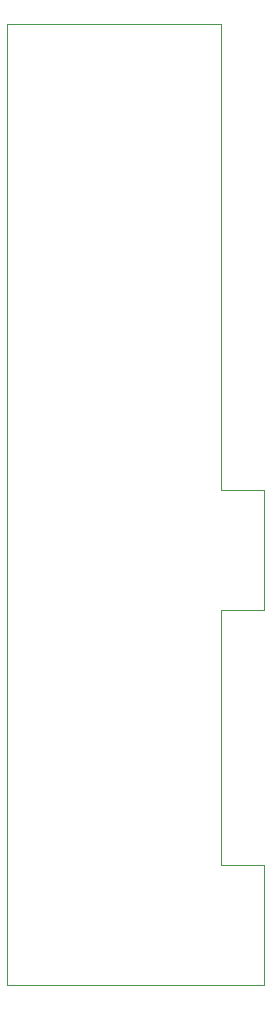
<source format=gbr>
%TF.GenerationSoftware,KiCad,Pcbnew,8.0.2*%
%TF.CreationDate,2024-11-04T20:05:35-05:00*%
%TF.ProjectId,proto,70726f74-6f2e-46b6-9963-61645f706362,rev?*%
%TF.SameCoordinates,Original*%
%TF.FileFunction,Profile,NP*%
%FSLAX46Y46*%
G04 Gerber Fmt 4.6, Leading zero omitted, Abs format (unit mm)*
G04 Created by KiCad (PCBNEW 8.0.2) date 2024-11-04 20:05:35*
%MOMM*%
%LPD*%
G01*
G04 APERTURE LIST*
%TA.AperFunction,Profile*%
%ADD10C,0.050000*%
%TD*%
G04 APERTURE END LIST*
D10*
X142400000Y-52000000D02*
X124300000Y-52000000D01*
X142400000Y-123190000D02*
X146050000Y-123190000D01*
X124300000Y-52000000D02*
X124300000Y-133350000D01*
X142400000Y-52000000D02*
X142400000Y-91440000D01*
X142400000Y-91440000D02*
X146050000Y-91440000D01*
X142400000Y-101600000D02*
X146050000Y-101600000D01*
X142400000Y-101600000D02*
X142400000Y-123190000D01*
X146050000Y-91440000D02*
X146050000Y-101600000D01*
X124300000Y-133350000D02*
X146050000Y-133350000D01*
X146050000Y-133350000D02*
X146050000Y-123190000D01*
M02*

</source>
